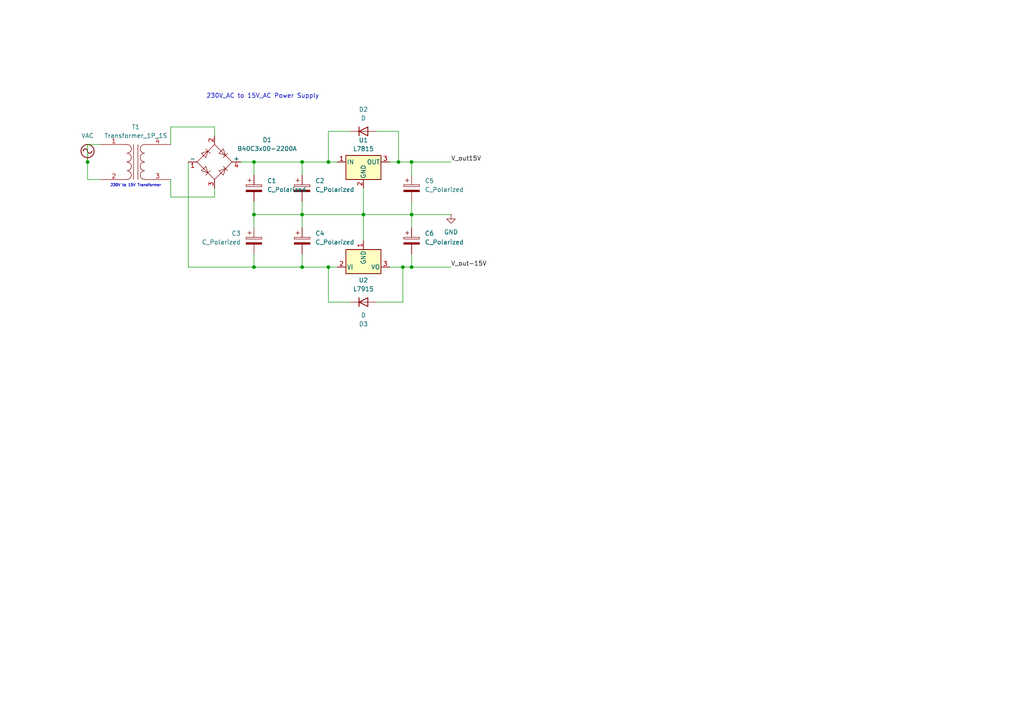
<source format=kicad_sch>
(kicad_sch (version 20231120) (generator "eeschema") (generator_version "8.0")
  (paper "A4")
  (lib_symbols
    (symbol "Device:C_Polarized" (pin_numbers hide) (pin_names (offset 0.254))
      (property "Reference" "C" (at 0.635 2.54 0))
      (property "Value" "C_Polarized" (at 0.635 -2.54 0))
      (symbol "C_Polarized_0_1"
        (rectangle (start -2.286 0.508) (end 2.286 1.016))
        (polyline (pts (xy -1.778 2.286) (xy -0.762 2.286)))
        (polyline (pts (xy -1.27 2.794) (xy -1.27 1.778)))
        (rectangle (start 2.286 -0.508) (end -2.286 -1.016) (fill (type outline)))
      )
      (symbol "C_Polarized_1_1"
        (pin passive line (at 0 3.81 270) (length 2.794) (name "~") (number "1"))
        (pin passive line (at 0 -3.81 90) (length 2.794) (name "~") (number "2"))
      )
    )
    (symbol "Device:D" (pin_numbers hide) (pin_names (offset 1.016) hide)
      (property "Reference" "D" (at 0 2.54 0))
      (property "Value" "D" (at 0 -2.54 0))
      (symbol "D_0_1"
        (polyline (pts (xy -1.27 1.27) (xy -1.27 -1.27)) (stroke (width 0.254)))
        (polyline (pts (xy 1.27 0) (xy -1.27 0)))
        (polyline (pts (xy 1.27 1.27) (xy 1.27 -1.27) (xy -1.27 0) (xy 1.27 1.27)) (stroke (width 0.254)))
      )
      (symbol "D_1_1"
        (pin passive line (at -3.81 0 0) (length 2.54) (name "K") (number "1"))
        (pin passive line (at 3.81 0 180) (length 2.54) (name "A") (number "2"))
      )
    )
    (symbol "Device:Transformer_1P_1S" (pin_names (offset 1.016) hide)
      (property "Reference" "T" (at 0 6.35 0))
      (property "Value" "Transformer_1P_1S" (at 0 -7.62 0))
      (symbol "Transformer_1P_1S_0_1"
        (arc (start -2.54 -5.0546) (mid -1.6599 -4.6901) (end -1.27 -3.81))
        (arc (start -2.54 -2.5146) (mid -1.6599 -2.1501) (end -1.27 -1.27))
        (arc (start -2.54 0.0254) (mid -1.6599 0.3899) (end -1.27 1.27))
        (arc (start -2.54 2.5654) (mid -1.6599 2.9299) (end -1.27 3.81))
        (arc (start -1.27 -3.81) (mid -1.642 -2.912) (end -2.54 -2.54))
        (arc (start -1.27 -1.27) (mid -1.642 -0.372) (end -2.54 0))
        (arc (start -1.27 1.27) (mid -1.642 2.168) (end -2.54 2.54))
        (arc (start -1.27 3.81) (mid -1.642 4.708) (end -2.54 5.08))
        (polyline (pts (xy -0.635 5.08) (xy -0.635 -5.08)))
        (polyline (pts (xy 0.635 -5.08) (xy 0.635 5.08)))
        (arc (start 1.2954 -1.27) (mid 1.6599 -2.1501) (end 2.54 -2.5146))
        (arc (start 1.2954 1.27) (mid 1.6599 0.3899) (end 2.54 0.0254))
        (arc (start 1.2954 3.81) (mid 1.6599 2.9299) (end 2.54 2.5654))
        (arc (start 1.3208 -3.81) (mid 1.6853 -4.6901) (end 2.5654 -5.0546))
        (arc (start 2.54 0) (mid 1.642 -0.372) (end 1.2954 -1.27))
        (arc (start 2.54 2.54) (mid 1.642 2.168) (end 1.2954 1.27))
        (arc (start 2.54 5.08) (mid 1.642 4.708) (end 1.2954 3.81))
        (arc (start 2.5654 -2.54) (mid 1.6674 -2.912) (end 1.3208 -3.81))
      )
      (symbol "Transformer_1P_1S_1_1"
        (pin passive line (at -10.16 5.08 0) (length 7.62) (name "AA") (number "1"))
        (pin passive line (at -10.16 -5.08 0) (length 7.62) (name "AB") (number "2"))
        (pin passive line (at 10.16 -5.08 180) (length 7.62) (name "SA") (number "3"))
        (pin passive line (at 10.16 5.08 180) (length 7.62) (name "SB") (number "4"))
      )
    )
    (symbol "Diode_Bridge:B40C3x00-2200A" (pin_names (offset 0))
      (property "Reference" "D" (at 2.54 6.985 0))
      (property "Value" "B40C3x00-2200A" (at 2.54 5.08 0))
      (symbol "B40C3x00-2200A_0_1"
        (polyline (pts (xy -2.54 3.81) (xy -1.27 2.54)))
        (polyline (pts (xy -1.27 -2.54) (xy -2.54 -3.81)))
        (polyline (pts (xy 2.54 -1.27) (xy 3.81 -2.54)))
        (polyline (pts (xy 2.54 1.27) (xy 3.81 2.54)))
        (polyline (pts (xy -3.81 2.54) (xy -2.54 1.27) (xy -1.905 3.175) (xy -3.81 2.54)))
        (polyline (pts (xy -2.54 -1.27) (xy -3.81 -2.54) (xy -1.905 -3.175) (xy -2.54 -1.27)))
        (polyline (pts (xy 1.27 2.54) (xy 2.54 3.81) (xy 3.175 1.905) (xy 1.27 2.54)))
        (polyline (pts (xy 3.175 -1.905) (xy 1.27 -2.54) (xy 2.54 -3.81) (xy 3.175 -1.905)))
        (polyline (pts (xy -5.08 0) (xy 0 -5.08) (xy 5.08 0) (xy 0 5.08) (xy -5.08 0)))
      )
      (symbol "B40C3x00-2200A_1_1"
        (pin passive line (at -7.62 0 0) (length 2.54) (name "-") (number "1"))
        (pin passive line (at 0 7.62 270) (length 2.54) (name "~") (number "2"))
        (pin passive line (at 0 -7.62 90) (length 2.54) (name "~") (number "3"))
        (pin passive line (at 7.62 0 180) (length 2.54) (name "+") (number "4"))
      )
    )
    (symbol "Regulator_Linear:L7815" (pin_names (offset 0.254))
      (property "Reference" "U" (at -3.81 3.175 0))
      (property "Value" "L7815" (at 0 3.175 0))
      (symbol "L7815_0_1"
        (rectangle (start -5.08 1.905) (end 5.08 -5.08) (stroke (width 0.254)) (fill (type background)))
      )
      (symbol "L7815_1_1"
        (pin power_in line (at -7.62 0 0) (length 2.54) (name "IN") (number "1"))
        (pin power_in line (at 0 -7.62 90) (length 2.54) (name "GND") (number "2"))
        (pin power_out line (at 7.62 0 180) (length 2.54) (name "OUT") (number "3"))
      )
    )
    (symbol "Regulator_Linear:L7915" (pin_names (offset 0.254))
      (property "Reference" "U" (at -3.81 -3.175 0))
      (property "Value" "L7915" (at 0 -3.175 0))
      (symbol "L7915_0_1"
        (rectangle (start -5.08 5.08) (end 5.08 -1.905) (stroke (width 0.254)) (fill (type background)))
      )
      (symbol "L7915_1_1"
        (pin power_in line (at 0 7.62 270) (length 2.54) (name "GND") (number "1"))
        (pin power_in line (at -7.62 0 0) (length 2.54) (name "VI") (number "2"))
        (pin power_out line (at 7.62 0 180) (length 2.54) (name "VO") (number "3"))
      )
    )
    (symbol "power:GND" (power) (pin_numbers hide) (pin_names (offset 0) hide)
      (property "Value" "GND" (at 0 -3.81 0))
      (symbol "GND_0_1"
        (polyline (pts (xy 0 0) (xy 0 -1.27) (xy 1.27 -1.27) (xy 0 -2.54) (xy -1.27 -1.27) (xy 0 -1.27)))
      )
      (symbol "GND_1_1"
        (pin power_in line (at 0 0 270) (length 0) (name "~") (number "1"))
      )
    )
    (symbol "power:VAC" (power) (pin_numbers hide) (pin_names (offset 0) hide)
      (property "Value" "VAC" (at 0 6.35 0))
      (symbol "VAC_0_1"
        (polyline (pts (xy 0 0) (xy 0 1.27)))
        (arc (start 0 3.175) (mid -0.635 3.8073) (end -1.27 3.175) (stroke (width 0.254)))
        (arc (start 0 3.175) (mid 0.635 2.5427) (end 1.27 3.175) (stroke (width 0.254)))
        (circle (center 0 3.175) (radius 1.905) (stroke (width 0.254)))
      )
      (symbol "VAC_1_1"
        (pin power_in line (at 0 0 90) (length 0) (name "~") (number "1"))
      )
    )
  )
  (junction (at 87.63 62.23))
  (junction (at 73.66 46.99))
  (junction (at 105.41 62.23))
  (junction (at 116.84 77.47))
  (junction (at 119.38 46.99))
  (junction (at 87.63 77.47))
  (junction (at 119.38 77.47))
  (junction (at 95.25 77.47))
  (junction (at 119.38 62.23))
  (junction (at 115.57 46.99))
  (junction (at 73.66 77.47))
  (junction (at 95.25 46.99))
  (junction (at 25.4 46.99))
  (junction (at 87.63 46.99))
  (junction (at 73.66 62.23))
  (wire (pts (xy 95.25 38.1) (xy 95.25 46.99)))
  (wire (pts (xy 62.23 54.61) (xy 62.23 57.15)))
  (wire (pts (xy 116.84 77.47) (xy 116.84 87.63)))
  (wire (pts (xy 69.85 46.99) (xy 73.66 46.99)))
  (wire (pts (xy 73.66 46.99) (xy 73.66 50.8)))
  (wire (pts (xy 105.41 54.61) (xy 105.41 62.23)))
  (wire (pts (xy 73.66 77.47) (xy 87.63 77.47)))
  (wire (pts (xy 87.63 62.23) (xy 105.41 62.23)))
  (wire (pts (xy 87.63 58.42) (xy 87.63 62.23)))
  (wire (pts (xy 116.84 77.47) (xy 119.38 77.47)))
  (wire (pts (xy 25.4 46.99) (xy 25.4 52.07)))
  (wire (pts (xy 101.6 87.63) (xy 95.25 87.63)))
  (wire (pts (xy 73.66 62.23) (xy 87.63 62.23)))
  (wire (pts (xy 87.63 62.23) (xy 87.63 66.04)))
  (wire (pts (xy 87.63 73.66) (xy 87.63 77.47)))
  (wire (pts (xy 87.63 77.47) (xy 95.25 77.47)))
  (wire (pts (xy 109.22 38.1) (xy 115.57 38.1)))
  (wire (pts (xy 119.38 46.99) (xy 130.81 46.99)))
  (wire (pts (xy 119.38 77.47) (xy 130.81 77.47)))
  (wire (pts (xy 101.6 38.1) (xy 95.25 38.1)))
  (wire (pts (xy 49.53 52.07) (xy 49.53 57.15)))
  (wire (pts (xy 49.53 41.91) (xy 49.53 36.83)))
  (wire (pts (xy 119.38 62.23) (xy 119.38 66.04)))
  (wire (pts (xy 62.23 36.83) (xy 62.23 39.37)))
  (wire (pts (xy 73.66 46.99) (xy 87.63 46.99)))
  (wire (pts (xy 113.03 77.47) (xy 116.84 77.47)))
  (wire (pts (xy 105.41 62.23) (xy 105.41 69.85)))
  (wire (pts (xy 109.22 87.63) (xy 116.84 87.63)))
  (wire (pts (xy 73.66 58.42) (xy 73.66 62.23)))
  (wire (pts (xy 105.41 62.23) (xy 119.38 62.23)))
  (wire (pts (xy 87.63 46.99) (xy 87.63 50.8)))
  (wire (pts (xy 119.38 73.66) (xy 119.38 77.47)))
  (wire (pts (xy 95.25 46.99) (xy 97.79 46.99)))
  (wire (pts (xy 25.4 41.91) (xy 25.4 46.99)))
  (wire (pts (xy 62.23 57.15) (xy 49.53 57.15)))
  (wire (pts (xy 95.25 77.47) (xy 97.79 77.47)))
  (wire (pts (xy 115.57 46.99) (xy 115.57 38.1)))
  (wire (pts (xy 87.63 46.99) (xy 95.25 46.99)))
  (wire (pts (xy 113.03 46.99) (xy 115.57 46.99)))
  (wire (pts (xy 54.61 46.99) (xy 54.61 77.47)))
  (wire (pts (xy 119.38 62.23) (xy 130.81 62.23)))
  (wire (pts (xy 73.66 62.23) (xy 73.66 66.04)))
  (wire (pts (xy 95.25 77.47) (xy 95.25 87.63)))
  (wire (pts (xy 49.53 36.83) (xy 62.23 36.83)))
  (wire (pts (xy 29.21 41.91) (xy 25.4 41.91)))
  (wire (pts (xy 25.4 52.07) (xy 29.21 52.07)))
  (wire (pts (xy 119.38 46.99) (xy 119.38 50.8)))
  (wire (pts (xy 119.38 58.42) (xy 119.38 62.23)))
  (wire (pts (xy 115.57 46.99) (xy 119.38 46.99)))
  (wire (pts (xy 73.66 73.66) (xy 73.66 77.47)))
  (wire (pts (xy 54.61 77.47) (xy 73.66 77.47)))
  (text "230V_AC to 15V_AC Power Supply" (exclude_from_sim yes) (at 76.2 27.94 0) (effects (font (size 1.27 1.27))))
  (text "230V to 15V Transformer" (exclude_from_sim yes) (at 39.37 53.848 0) (effects (font (size 0.762 0.762))))
  (label "V_out15V" (at 130.81 46.99 0))
  (label "V_out-15V" (at 130.81 77.47 0))
  (symbol (lib_id "power:GND") (at 130.81 62.23 0) (unit 1)
    (property "Reference" "#PWR01" (effects (hide yes)))
    (property "Value" "GND" (at 130.81 67.31 0))
    (property "Description" "Power symbol creates a global label with name \"GND\" , ground" (effects (hide yes)))
  )
  (symbol (lib_id "Device:C_Polarized") (at 73.66 54.61 0) (unit 1)
    (property "Reference" "C1" (at 77.47 52.4509 0) (effects (justify left)))
    (property "Value" "C_Polarized" (at 77.47 54.9909 0) (effects (justify left)))
    (property "Description" "Polarized capacitor" (effects (hide yes)))
  )
  (symbol (lib_id "Regulator_Linear:L7915") (at 105.41 77.47 0) (unit 1)
    (property "Reference" "U2" (at 105.41 81.28 0))
    (property "Value" "L7915" (at 105.41 83.82 0))
    (property "Datasheet" "http://www.st.com/content/ccc/resource/technical/document/datasheet/c9/16/86/41/c7/2b/45/f2/CD00000450.pdf/files/CD00000450.pdf/jcr:content/translations/en.CD00000450.pdf" (effects (hide yes)))
    (property "Description" "Negative 1.5A 35V Linear Regulator, Fixed Output -15V, TO-220/TO-263" (effects (hide yes)))
  )
  (symbol (lib_id "Device:C_Polarized") (at 119.38 54.61 0) (unit 1)
    (property "Reference" "C5" (at 123.19 52.4509 0) (effects (justify left)))
    (property "Value" "C_Polarized" (at 123.19 54.9909 0) (effects (justify left)))
    (property "Description" "Polarized capacitor" (effects (hide yes)))
  )
  (symbol (lib_id "Device:C_Polarized") (at 73.66 69.85 0) (unit 1)
    (property "Reference" "C3" (at 69.85 67.6909 0) (effects (justify right)))
    (property "Value" "C_Polarized" (at 69.85 70.2309 0) (effects (justify right)))
    (property "Description" "Polarized capacitor" (effects (hide yes)))
  )
  (symbol (lib_id "Device:C_Polarized") (at 87.63 69.85 0) (unit 1)
    (property "Reference" "C4" (at 91.44 67.6909 0) (effects (justify left)))
    (property "Value" "C_Polarized" (at 91.44 70.2309 0) (effects (justify left)))
    (property "Description" "Polarized capacitor" (effects (hide yes)))
  )
  (symbol (lib_id "power:VAC") (at 25.4 46.99 0) (unit 1)
    (property "Reference" "#PWR02" (effects (hide yes)))
    (property "Value" "VAC" (at 25.4 39.37 0))
    (property "Description" "Power symbol creates a global label with name \"VAC\"" (effects (hide yes)))
  )
  (symbol (lib_id "Device:C_Polarized") (at 87.63 54.61 0) (unit 1)
    (property "Reference" "C2" (at 91.44 52.4509 0) (effects (justify left)))
    (property "Value" "C_Polarized" (at 91.44 54.9909 0) (effects (justify left)))
    (property "Description" "Polarized capacitor" (effects (hide yes)))
  )
  (symbol (lib_id "Device:Transformer_1P_1S") (at 39.37 46.99 0) (unit 1)
    (property "Reference" "T1" (at 39.3827 36.83 0))
    (property "Value" "Transformer_1P_1S" (at 39.3827 39.37 0))
    (property "Description" "Transformer, single primary, single secondary" (effects (hide yes)))
  )
  (symbol (lib_id "Device:D") (at 105.41 38.1 0) (unit 1)
    (property "Reference" "D2" (at 105.41 31.75 0))
    (property "Value" "D" (at 105.41 34.29 0))
    (property "Description" "Diode" (effects (hide yes)))
    (property "Sim.Device" "D" (effects (hide yes)))
    (property "Sim.Pins" "1=K 2=A" (effects (hide yes)))
  )
  (symbol (lib_id "Diode_Bridge:B40C3x00-2200A") (at 62.23 46.99 0) (unit 1)
    (property "Reference" "D1" (at 77.47 40.5698 0))
    (property "Value" "B40C3x00-2200A" (at 77.47 43.1098 0))
    (property "Footprint" "Diode_THT:Diode_Bridge_32.0x5.6x17.0mm_P10.0mm_P7.5mm" (effects (hide yes)))
    (property "Datasheet" "https://diotec.com/tl_files/diotec/files/pdf/datasheets/b40c3700" (effects (hide yes)))
    (property "Description" "Silicon Bridge Rectifier, 40V Vrms, 2.2A If, pins=-AA+, SIL-package" (effects (hide yes)))
  )
  (symbol (lib_id "Device:D") (at 105.41 87.63 0) (mirror x) (unit 1)
    (property "Reference" "D3" (at 105.41 93.98 0))
    (property "Value" "D" (at 105.41 91.44 0))
    (property "Description" "Diode" (effects (hide yes)))
    (property "Sim.Device" "D" (effects (hide yes)))
    (property "Sim.Pins" "1=K 2=A" (effects (hide yes)))
  )
  (symbol (lib_id "Device:C_Polarized") (at 119.38 69.85 0) (unit 1)
    (property "Reference" "C6" (at 123.19 67.6909 0) (effects (justify left)))
    (property "Value" "C_Polarized" (at 123.19 70.2309 0) (effects (justify left)))
    (property "Description" "Polarized capacitor" (effects (hide yes)))
  )
  (symbol (lib_id "Regulator_Linear:L7815") (at 105.41 46.99 0) (unit 1)
    (property "Reference" "U1" (at 105.41 40.64 0))
    (property "Value" "L7815" (at 105.41 43.18 0))
    (property "Datasheet" "http://www.st.com/content/ccc/resource/technical/document/datasheet/41/4f/b3/b0/12/d4/47/88/CD00000444.pdf/files/CD00000444.pdf/jcr:content/translations/en.CD00000444.pdf" (effects (hide yes)))
    (property "Description" "Positive 1.5A 35V Linear Regulator, Fixed Output 15V, TO-220/TO-263/TO-252" (effects (hide yes)))
  )
)
</source>
